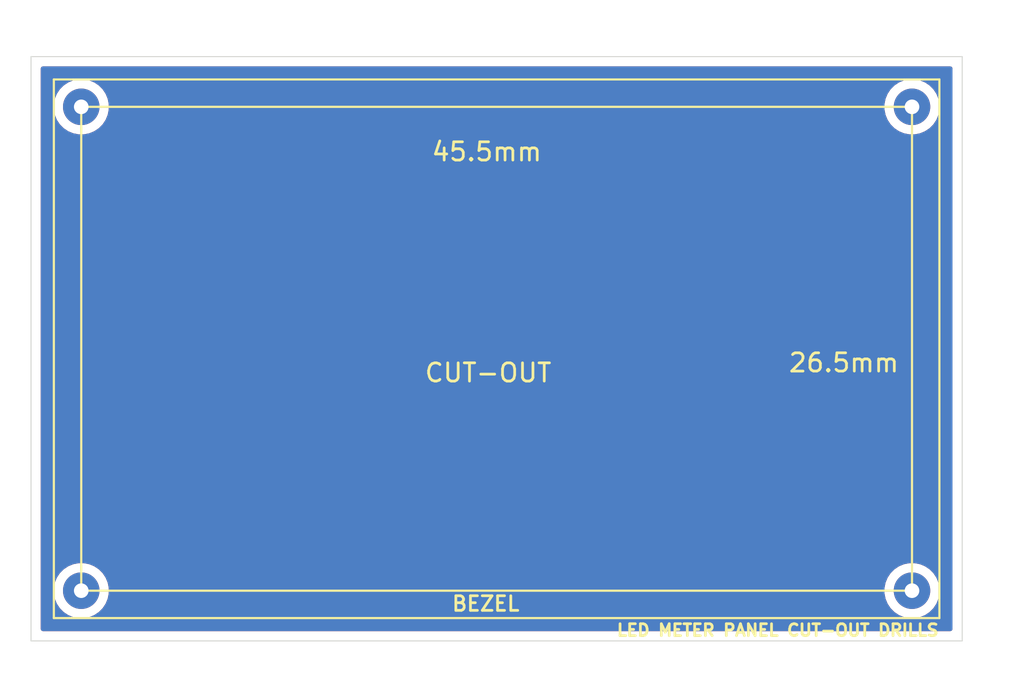
<source format=kicad_pcb>
(kicad_pcb (version 20171130) (host pcbnew 5.1.5+dfsg1-2build2)

  (general
    (thickness 1.6)
    (drawings 17)
    (tracks 0)
    (zones 0)
    (modules 4)
    (nets 1)
  )

  (page A4)
  (title_block
    (title LED_PANEL_METER_26x45mm)
    (company Galopago)
  )

  (layers
    (0 F.Cu signal)
    (31 B.Cu signal)
    (32 B.Adhes user)
    (33 F.Adhes user)
    (34 B.Paste user)
    (35 F.Paste user)
    (36 B.SilkS user)
    (37 F.SilkS user)
    (38 B.Mask user)
    (39 F.Mask user)
    (40 Dwgs.User user)
    (41 Cmts.User user)
    (42 Eco1.User user)
    (43 Eco2.User user)
    (44 Edge.Cuts user)
    (45 Margin user)
    (46 B.CrtYd user)
    (47 F.CrtYd user)
    (48 B.Fab user)
    (49 F.Fab user)
  )

  (setup
    (last_trace_width 0.25)
    (trace_clearance 0.2)
    (zone_clearance 0.508)
    (zone_45_only no)
    (trace_min 0.2)
    (via_size 0.8)
    (via_drill 0.4)
    (via_min_size 0.4)
    (via_min_drill 0.3)
    (uvia_size 0.3)
    (uvia_drill 0.1)
    (uvias_allowed no)
    (uvia_min_size 0.2)
    (uvia_min_drill 0.1)
    (edge_width 0.05)
    (segment_width 0.2)
    (pcb_text_width 0.3)
    (pcb_text_size 1.5 1.5)
    (mod_edge_width 0.12)
    (mod_text_size 1 1)
    (mod_text_width 0.15)
    (pad_size 1.524 1.524)
    (pad_drill 0.762)
    (pad_to_mask_clearance 0.051)
    (solder_mask_min_width 0.25)
    (aux_axis_origin 0 0)
    (visible_elements FFFFFF7F)
    (pcbplotparams
      (layerselection 0x010f0_ffffffff)
      (usegerberextensions false)
      (usegerberattributes false)
      (usegerberadvancedattributes false)
      (creategerberjobfile false)
      (excludeedgelayer true)
      (linewidth 0.100000)
      (plotframeref false)
      (viasonmask false)
      (mode 1)
      (useauxorigin false)
      (hpglpennumber 1)
      (hpglpenspeed 20)
      (hpglpendiameter 15.000000)
      (psnegative false)
      (psa4output false)
      (plotreference true)
      (plotvalue true)
      (plotinvisibletext false)
      (padsonsilk true)
      (subtractmaskfromsilk false)
      (outputformat 1)
      (mirror false)
      (drillshape 0)
      (scaleselection 1)
      (outputdirectory "gerber/single/"))
  )

  (net 0 "")

  (net_class Default "This is the default net class."
    (clearance 0.2)
    (trace_width 0.25)
    (via_dia 0.8)
    (via_drill 0.4)
    (uvia_dia 0.3)
    (uvia_drill 0.1)
  )

  (module Connector_Wire:SolderWirePad_1x01_Drill0.8mm (layer F.Cu) (tedit 5A2676A0) (tstamp 6222D7C0)
    (at 98.25 79.25)
    (descr "Wire solder connection")
    (tags connector)
    (attr virtual)
    (fp_text reference REF** (at 0 -2.54) (layer F.SilkS) hide
      (effects (font (size 1 1) (thickness 0.15)))
    )
    (fp_text value SolderWirePad_1x01_Drill0.8mm (at 0 2.54) (layer F.Fab) hide
      (effects (font (size 1 1) (thickness 0.15)))
    )
    (fp_text user %R (at 0 0) (layer F.Fab) hide
      (effects (font (size 1 1) (thickness 0.15)))
    )
    (fp_line (start -1.5 -1.5) (end 1.5 -1.5) (layer F.CrtYd) (width 0.05))
    (fp_line (start -1.5 -1.5) (end -1.5 1.5) (layer F.CrtYd) (width 0.05))
    (fp_line (start 1.5 1.5) (end 1.5 -1.5) (layer F.CrtYd) (width 0.05))
    (fp_line (start 1.5 1.5) (end -1.5 1.5) (layer F.CrtYd) (width 0.05))
    (pad 1 thru_hole circle (at 0 0) (size 1.99898 1.99898) (drill 0.8001) (layers *.Cu *.Mask))
  )

  (module Connector_Wire:SolderWirePad_1x01_Drill0.8mm (layer F.Cu) (tedit 5A2676A0) (tstamp 6222D7A4)
    (at 52.75 79.25)
    (descr "Wire solder connection")
    (tags connector)
    (attr virtual)
    (fp_text reference REF** (at 0 -2.54) (layer F.SilkS) hide
      (effects (font (size 1 1) (thickness 0.15)))
    )
    (fp_text value SolderWirePad_1x01_Drill0.8mm (at 0 2.54) (layer F.Fab) hide
      (effects (font (size 1 1) (thickness 0.15)))
    )
    (fp_text user %R (at 0 0) (layer F.Fab) hide
      (effects (font (size 1 1) (thickness 0.15)))
    )
    (fp_line (start -1.5 -1.5) (end 1.5 -1.5) (layer F.CrtYd) (width 0.05))
    (fp_line (start -1.5 -1.5) (end -1.5 1.5) (layer F.CrtYd) (width 0.05))
    (fp_line (start 1.5 1.5) (end 1.5 -1.5) (layer F.CrtYd) (width 0.05))
    (fp_line (start 1.5 1.5) (end -1.5 1.5) (layer F.CrtYd) (width 0.05))
    (pad 1 thru_hole circle (at 0 0) (size 1.99898 1.99898) (drill 0.8001) (layers *.Cu *.Mask))
  )

  (module Connector_Wire:SolderWirePad_1x01_Drill0.8mm (layer F.Cu) (tedit 5A2676A0) (tstamp 6222D788)
    (at 98.25 52.75)
    (descr "Wire solder connection")
    (tags connector)
    (attr virtual)
    (fp_text reference REF** (at 0 -2.54) (layer F.SilkS) hide
      (effects (font (size 1 1) (thickness 0.15)))
    )
    (fp_text value SolderWirePad_1x01_Drill0.8mm (at 0 2.54) (layer F.Fab) hide
      (effects (font (size 1 1) (thickness 0.15)))
    )
    (fp_text user %R (at 0 0) (layer F.Fab) hide
      (effects (font (size 1 1) (thickness 0.15)))
    )
    (fp_line (start -1.5 -1.5) (end 1.5 -1.5) (layer F.CrtYd) (width 0.05))
    (fp_line (start -1.5 -1.5) (end -1.5 1.5) (layer F.CrtYd) (width 0.05))
    (fp_line (start 1.5 1.5) (end 1.5 -1.5) (layer F.CrtYd) (width 0.05))
    (fp_line (start 1.5 1.5) (end -1.5 1.5) (layer F.CrtYd) (width 0.05))
    (pad 1 thru_hole circle (at 0 0) (size 1.99898 1.99898) (drill 0.8001) (layers *.Cu *.Mask))
  )

  (module Connector_Wire:SolderWirePad_1x01_Drill0.8mm (layer F.Cu) (tedit 5A2676A0) (tstamp 6222D76C)
    (at 52.75 52.75)
    (descr "Wire solder connection")
    (tags connector)
    (attr virtual)
    (fp_text reference REF** (at 0 -2.54) (layer F.SilkS) hide
      (effects (font (size 1 1) (thickness 0.15)))
    )
    (fp_text value SolderWirePad_1x01_Drill0.8mm (at 0 2.54) (layer F.Fab) hide
      (effects (font (size 1 1) (thickness 0.15)))
    )
    (fp_text user %R (at 0 0) (layer F.Fab) hide
      (effects (font (size 1 1) (thickness 0.15)))
    )
    (fp_line (start -1.5 -1.5) (end 1.5 -1.5) (layer F.CrtYd) (width 0.05))
    (fp_line (start -1.5 -1.5) (end -1.5 1.5) (layer F.CrtYd) (width 0.05))
    (fp_line (start 1.5 1.5) (end 1.5 -1.5) (layer F.CrtYd) (width 0.05))
    (fp_line (start 1.5 1.5) (end -1.5 1.5) (layer F.CrtYd) (width 0.05))
    (pad 1 thru_hole circle (at 0 0) (size 1.99898 1.99898) (drill 0.8001) (layers *.Cu *.Mask))
  )

  (gr_text "LED METER PANEL CUT-OUT DRILLS" (at 90.89644 81.41716) (layer F.SilkS)
    (effects (font (size 0.65 0.65) (thickness 0.15)))
  )
  (gr_text BEZEL (at 74.90472 79.9644) (layer F.SilkS)
    (effects (font (size 0.8 0.8) (thickness 0.15)))
  )
  (gr_line (start 99.75 51.25) (end 99.75 80.75) (layer F.SilkS) (width 0.12))
  (gr_line (start 51.25 51.25) (end 51.25 80.75) (layer F.SilkS) (width 0.12))
  (gr_text CUT-OUT (at 75.0368 67.3152) (layer F.SilkS)
    (effects (font (size 1 1) (thickness 0.15)))
  )
  (gr_line (start 51.25 80.75) (end 99.75 80.75) (layer F.SilkS) (width 0.12))
  (gr_line (start 51.25 51.25) (end 99.75 51.25) (layer F.SilkS) (width 0.12))
  (gr_text 26.5mm (at 94.5186 66.76656) (layer F.SilkS)
    (effects (font (size 1 1) (thickness 0.15)))
  )
  (gr_text 45.5mm (at 74.9606 55.20956) (layer F.SilkS)
    (effects (font (size 1 1) (thickness 0.15)))
  )
  (gr_line (start 52.75 52.75) (end 52.75 79.25) (layer F.SilkS) (width 0.12))
  (gr_line (start 98.25 52.75) (end 98.25 79.25) (layer F.SilkS) (width 0.12))
  (gr_line (start 52.75 79.25) (end 98.25 79.25) (layer F.SilkS) (width 0.12))
  (gr_line (start 52.75 52.75) (end 98.25 52.75) (layer F.SilkS) (width 0.12))
  (gr_line (start 50 82) (end 101 82) (layer Edge.Cuts) (width 0.05))
  (gr_line (start 50 50) (end 101 50) (layer Edge.Cuts) (width 0.05))
  (gr_line (start 101 50) (end 101 82) (layer Edge.Cuts) (width 0.05))
  (gr_line (start 50 50) (end 50 82) (layer Edge.Cuts) (width 0.05))

  (zone (net 0) (net_name "") (layer F.Cu) (tstamp 6222A888) (hatch edge 0.508)
    (connect_pads (clearance 0.508))
    (min_thickness 0.254)
    (fill yes (arc_segments 32) (thermal_gap 0.508) (thermal_bridge_width 0.508))
    (polygon
      (pts
        (xy 102.79888 84.00288) (xy 49.0982 84.13496) (xy 49.23028 48.44288) (xy 76.55052 48.02124) (xy 103.06812 48.02124)
      )
    )
    (filled_polygon
      (pts
        (xy 100.340001 81.34) (xy 50.66 81.34) (xy 50.66 79.089017) (xy 51.11551 79.089017) (xy 51.11551 79.410983)
        (xy 51.178322 79.726763) (xy 51.301533 80.024222) (xy 51.480408 80.291927) (xy 51.708073 80.519592) (xy 51.975778 80.698467)
        (xy 52.273237 80.821678) (xy 52.589017 80.88449) (xy 52.910983 80.88449) (xy 53.226763 80.821678) (xy 53.524222 80.698467)
        (xy 53.791927 80.519592) (xy 54.019592 80.291927) (xy 54.198467 80.024222) (xy 54.321678 79.726763) (xy 54.38449 79.410983)
        (xy 54.38449 79.089017) (xy 96.61551 79.089017) (xy 96.61551 79.410983) (xy 96.678322 79.726763) (xy 96.801533 80.024222)
        (xy 96.980408 80.291927) (xy 97.208073 80.519592) (xy 97.475778 80.698467) (xy 97.773237 80.821678) (xy 98.089017 80.88449)
        (xy 98.410983 80.88449) (xy 98.726763 80.821678) (xy 99.024222 80.698467) (xy 99.291927 80.519592) (xy 99.519592 80.291927)
        (xy 99.698467 80.024222) (xy 99.821678 79.726763) (xy 99.88449 79.410983) (xy 99.88449 79.089017) (xy 99.821678 78.773237)
        (xy 99.698467 78.475778) (xy 99.519592 78.208073) (xy 99.291927 77.980408) (xy 99.024222 77.801533) (xy 98.726763 77.678322)
        (xy 98.410983 77.61551) (xy 98.089017 77.61551) (xy 97.773237 77.678322) (xy 97.475778 77.801533) (xy 97.208073 77.980408)
        (xy 96.980408 78.208073) (xy 96.801533 78.475778) (xy 96.678322 78.773237) (xy 96.61551 79.089017) (xy 54.38449 79.089017)
        (xy 54.321678 78.773237) (xy 54.198467 78.475778) (xy 54.019592 78.208073) (xy 53.791927 77.980408) (xy 53.524222 77.801533)
        (xy 53.226763 77.678322) (xy 52.910983 77.61551) (xy 52.589017 77.61551) (xy 52.273237 77.678322) (xy 51.975778 77.801533)
        (xy 51.708073 77.980408) (xy 51.480408 78.208073) (xy 51.301533 78.475778) (xy 51.178322 78.773237) (xy 51.11551 79.089017)
        (xy 50.66 79.089017) (xy 50.66 52.589017) (xy 51.11551 52.589017) (xy 51.11551 52.910983) (xy 51.178322 53.226763)
        (xy 51.301533 53.524222) (xy 51.480408 53.791927) (xy 51.708073 54.019592) (xy 51.975778 54.198467) (xy 52.273237 54.321678)
        (xy 52.589017 54.38449) (xy 52.910983 54.38449) (xy 53.226763 54.321678) (xy 53.524222 54.198467) (xy 53.791927 54.019592)
        (xy 54.019592 53.791927) (xy 54.198467 53.524222) (xy 54.321678 53.226763) (xy 54.38449 52.910983) (xy 54.38449 52.589017)
        (xy 96.61551 52.589017) (xy 96.61551 52.910983) (xy 96.678322 53.226763) (xy 96.801533 53.524222) (xy 96.980408 53.791927)
        (xy 97.208073 54.019592) (xy 97.475778 54.198467) (xy 97.773237 54.321678) (xy 98.089017 54.38449) (xy 98.410983 54.38449)
        (xy 98.726763 54.321678) (xy 99.024222 54.198467) (xy 99.291927 54.019592) (xy 99.519592 53.791927) (xy 99.698467 53.524222)
        (xy 99.821678 53.226763) (xy 99.88449 52.910983) (xy 99.88449 52.589017) (xy 99.821678 52.273237) (xy 99.698467 51.975778)
        (xy 99.519592 51.708073) (xy 99.291927 51.480408) (xy 99.024222 51.301533) (xy 98.726763 51.178322) (xy 98.410983 51.11551)
        (xy 98.089017 51.11551) (xy 97.773237 51.178322) (xy 97.475778 51.301533) (xy 97.208073 51.480408) (xy 96.980408 51.708073)
        (xy 96.801533 51.975778) (xy 96.678322 52.273237) (xy 96.61551 52.589017) (xy 54.38449 52.589017) (xy 54.321678 52.273237)
        (xy 54.198467 51.975778) (xy 54.019592 51.708073) (xy 53.791927 51.480408) (xy 53.524222 51.301533) (xy 53.226763 51.178322)
        (xy 52.910983 51.11551) (xy 52.589017 51.11551) (xy 52.273237 51.178322) (xy 51.975778 51.301533) (xy 51.708073 51.480408)
        (xy 51.480408 51.708073) (xy 51.301533 51.975778) (xy 51.178322 52.273237) (xy 51.11551 52.589017) (xy 50.66 52.589017)
        (xy 50.66 50.66) (xy 100.34 50.66)
      )
    )
  )
  (zone (net 0) (net_name "") (layer B.Cu) (tstamp 0) (hatch edge 0.508)
    (connect_pads (clearance 0.508))
    (min_thickness 0.254)
    (fill yes (arc_segments 32) (thermal_gap 0.508) (thermal_bridge_width 0.508))
    (polygon
      (pts
        (xy 104.13492 84.70392) (xy 48.30064 84.56676) (xy 48.30064 47.75708) (xy 104.39908 46.89856)
      )
    )
    (filled_polygon
      (pts
        (xy 100.340001 81.34) (xy 50.66 81.34) (xy 50.66 79.089017) (xy 51.11551 79.089017) (xy 51.11551 79.410983)
        (xy 51.178322 79.726763) (xy 51.301533 80.024222) (xy 51.480408 80.291927) (xy 51.708073 80.519592) (xy 51.975778 80.698467)
        (xy 52.273237 80.821678) (xy 52.589017 80.88449) (xy 52.910983 80.88449) (xy 53.226763 80.821678) (xy 53.524222 80.698467)
        (xy 53.791927 80.519592) (xy 54.019592 80.291927) (xy 54.198467 80.024222) (xy 54.321678 79.726763) (xy 54.38449 79.410983)
        (xy 54.38449 79.089017) (xy 96.61551 79.089017) (xy 96.61551 79.410983) (xy 96.678322 79.726763) (xy 96.801533 80.024222)
        (xy 96.980408 80.291927) (xy 97.208073 80.519592) (xy 97.475778 80.698467) (xy 97.773237 80.821678) (xy 98.089017 80.88449)
        (xy 98.410983 80.88449) (xy 98.726763 80.821678) (xy 99.024222 80.698467) (xy 99.291927 80.519592) (xy 99.519592 80.291927)
        (xy 99.698467 80.024222) (xy 99.821678 79.726763) (xy 99.88449 79.410983) (xy 99.88449 79.089017) (xy 99.821678 78.773237)
        (xy 99.698467 78.475778) (xy 99.519592 78.208073) (xy 99.291927 77.980408) (xy 99.024222 77.801533) (xy 98.726763 77.678322)
        (xy 98.410983 77.61551) (xy 98.089017 77.61551) (xy 97.773237 77.678322) (xy 97.475778 77.801533) (xy 97.208073 77.980408)
        (xy 96.980408 78.208073) (xy 96.801533 78.475778) (xy 96.678322 78.773237) (xy 96.61551 79.089017) (xy 54.38449 79.089017)
        (xy 54.321678 78.773237) (xy 54.198467 78.475778) (xy 54.019592 78.208073) (xy 53.791927 77.980408) (xy 53.524222 77.801533)
        (xy 53.226763 77.678322) (xy 52.910983 77.61551) (xy 52.589017 77.61551) (xy 52.273237 77.678322) (xy 51.975778 77.801533)
        (xy 51.708073 77.980408) (xy 51.480408 78.208073) (xy 51.301533 78.475778) (xy 51.178322 78.773237) (xy 51.11551 79.089017)
        (xy 50.66 79.089017) (xy 50.66 52.589017) (xy 51.11551 52.589017) (xy 51.11551 52.910983) (xy 51.178322 53.226763)
        (xy 51.301533 53.524222) (xy 51.480408 53.791927) (xy 51.708073 54.019592) (xy 51.975778 54.198467) (xy 52.273237 54.321678)
        (xy 52.589017 54.38449) (xy 52.910983 54.38449) (xy 53.226763 54.321678) (xy 53.524222 54.198467) (xy 53.791927 54.019592)
        (xy 54.019592 53.791927) (xy 54.198467 53.524222) (xy 54.321678 53.226763) (xy 54.38449 52.910983) (xy 54.38449 52.589017)
        (xy 96.61551 52.589017) (xy 96.61551 52.910983) (xy 96.678322 53.226763) (xy 96.801533 53.524222) (xy 96.980408 53.791927)
        (xy 97.208073 54.019592) (xy 97.475778 54.198467) (xy 97.773237 54.321678) (xy 98.089017 54.38449) (xy 98.410983 54.38449)
        (xy 98.726763 54.321678) (xy 99.024222 54.198467) (xy 99.291927 54.019592) (xy 99.519592 53.791927) (xy 99.698467 53.524222)
        (xy 99.821678 53.226763) (xy 99.88449 52.910983) (xy 99.88449 52.589017) (xy 99.821678 52.273237) (xy 99.698467 51.975778)
        (xy 99.519592 51.708073) (xy 99.291927 51.480408) (xy 99.024222 51.301533) (xy 98.726763 51.178322) (xy 98.410983 51.11551)
        (xy 98.089017 51.11551) (xy 97.773237 51.178322) (xy 97.475778 51.301533) (xy 97.208073 51.480408) (xy 96.980408 51.708073)
        (xy 96.801533 51.975778) (xy 96.678322 52.273237) (xy 96.61551 52.589017) (xy 54.38449 52.589017) (xy 54.321678 52.273237)
        (xy 54.198467 51.975778) (xy 54.019592 51.708073) (xy 53.791927 51.480408) (xy 53.524222 51.301533) (xy 53.226763 51.178322)
        (xy 52.910983 51.11551) (xy 52.589017 51.11551) (xy 52.273237 51.178322) (xy 51.975778 51.301533) (xy 51.708073 51.480408)
        (xy 51.480408 51.708073) (xy 51.301533 51.975778) (xy 51.178322 52.273237) (xy 51.11551 52.589017) (xy 50.66 52.589017)
        (xy 50.66 50.66) (xy 100.34 50.66)
      )
    )
  )
)

</source>
